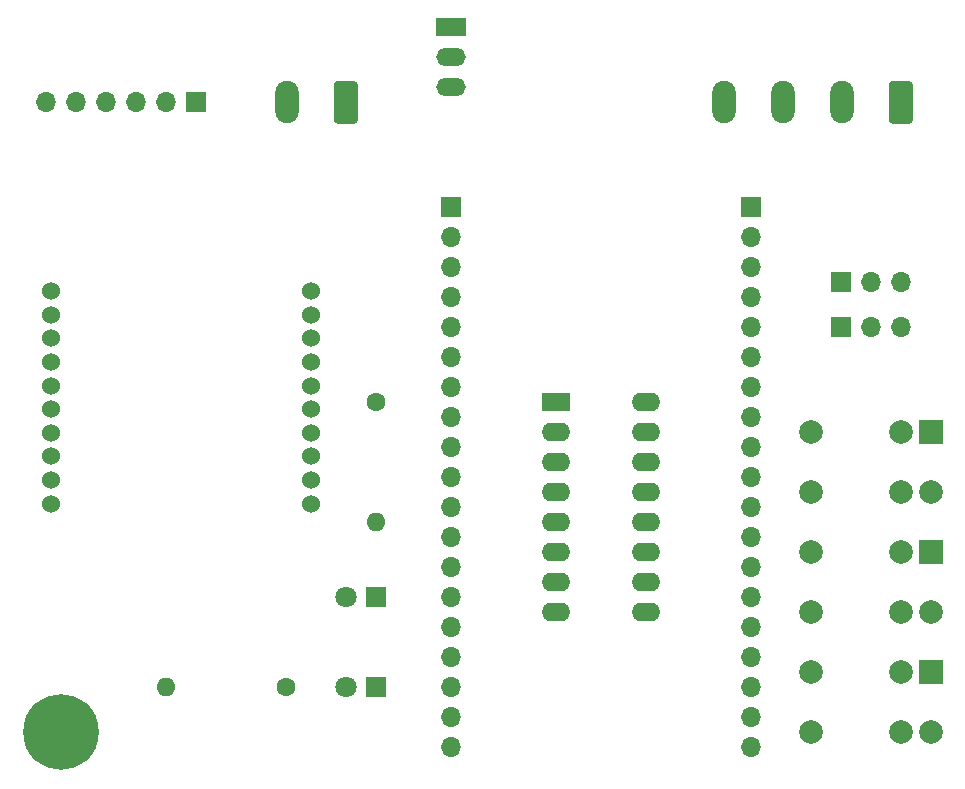
<source format=gbr>
G04 #@! TF.GenerationSoftware,KiCad,Pcbnew,(5.1.6)-1*
G04 #@! TF.CreationDate,2021-02-22T20:56:29+01:00*
G04 #@! TF.ProjectId,RiderDetection,52696465-7244-4657-9465-6374696f6e2e,rev?*
G04 #@! TF.SameCoordinates,Original*
G04 #@! TF.FileFunction,Copper,L1,Top*
G04 #@! TF.FilePolarity,Positive*
%FSLAX46Y46*%
G04 Gerber Fmt 4.6, Leading zero omitted, Abs format (unit mm)*
G04 Created by KiCad (PCBNEW (5.1.6)-1) date 2021-02-22 20:56:29*
%MOMM*%
%LPD*%
G01*
G04 APERTURE LIST*
G04 #@! TA.AperFunction,ComponentPad*
%ADD10C,1.524000*%
G04 #@! TD*
G04 #@! TA.AperFunction,ComponentPad*
%ADD11C,0.800000*%
G04 #@! TD*
G04 #@! TA.AperFunction,ComponentPad*
%ADD12C,6.400000*%
G04 #@! TD*
G04 #@! TA.AperFunction,ComponentPad*
%ADD13C,2.000000*%
G04 #@! TD*
G04 #@! TA.AperFunction,ComponentPad*
%ADD14R,2.000000X2.000000*%
G04 #@! TD*
G04 #@! TA.AperFunction,ComponentPad*
%ADD15O,2.500000X1.500000*%
G04 #@! TD*
G04 #@! TA.AperFunction,ComponentPad*
%ADD16R,2.500000X1.500000*%
G04 #@! TD*
G04 #@! TA.AperFunction,ComponentPad*
%ADD17O,2.400000X1.600000*%
G04 #@! TD*
G04 #@! TA.AperFunction,ComponentPad*
%ADD18R,2.400000X1.600000*%
G04 #@! TD*
G04 #@! TA.AperFunction,ComponentPad*
%ADD19O,2.000000X3.600000*%
G04 #@! TD*
G04 #@! TA.AperFunction,ComponentPad*
%ADD20O,1.600000X1.600000*%
G04 #@! TD*
G04 #@! TA.AperFunction,ComponentPad*
%ADD21C,1.600000*%
G04 #@! TD*
G04 #@! TA.AperFunction,ComponentPad*
%ADD22O,1.700000X1.700000*%
G04 #@! TD*
G04 #@! TA.AperFunction,ComponentPad*
%ADD23R,1.700000X1.700000*%
G04 #@! TD*
G04 #@! TA.AperFunction,ComponentPad*
%ADD24C,1.800000*%
G04 #@! TD*
G04 #@! TA.AperFunction,ComponentPad*
%ADD25R,1.800000X1.800000*%
G04 #@! TD*
G04 APERTURE END LIST*
D10*
X53771800Y-93659960D03*
X53771800Y-91658440D03*
X53771800Y-89659460D03*
X53771800Y-87657940D03*
X53771800Y-85658960D03*
X53771800Y-83659980D03*
X53771800Y-81658460D03*
X53771800Y-79659480D03*
X53771800Y-77657960D03*
X53771800Y-75658980D03*
X75768200Y-75658980D03*
X75768200Y-77657960D03*
X75768200Y-79659480D03*
X75768200Y-81658460D03*
X75768200Y-83659980D03*
X75768200Y-85658960D03*
X75768200Y-87657940D03*
X75768200Y-89659460D03*
X75768200Y-91658440D03*
X75768200Y-93659960D03*
D11*
X56307056Y-111332944D03*
X54610000Y-110630000D03*
X52912944Y-111332944D03*
X52210000Y-113030000D03*
X52912944Y-114727056D03*
X54610000Y-115430000D03*
X56307056Y-114727056D03*
X57010000Y-113030000D03*
D12*
X54610000Y-113030000D03*
D13*
X118110000Y-87630000D03*
X118110000Y-92710000D03*
X125730000Y-87630000D03*
D14*
X128270000Y-87630000D03*
D13*
X125730000Y-92710000D03*
X128270000Y-92710000D03*
X118110000Y-97790000D03*
X118110000Y-102870000D03*
X125730000Y-97790000D03*
D14*
X128270000Y-97790000D03*
D13*
X125730000Y-102870000D03*
X128270000Y-102870000D03*
X118110000Y-107950000D03*
X118110000Y-113030000D03*
X125730000Y-107950000D03*
D14*
X128270000Y-107950000D03*
D13*
X125730000Y-113030000D03*
X128270000Y-113030000D03*
D15*
X87630000Y-58420000D03*
X87630000Y-55880000D03*
D16*
X87630000Y-53340000D03*
D17*
X104140000Y-85090000D03*
X96520000Y-102870000D03*
X104140000Y-87630000D03*
X96520000Y-100330000D03*
X104140000Y-90170000D03*
X96520000Y-97790000D03*
X104140000Y-92710000D03*
X96520000Y-95250000D03*
X104140000Y-95250000D03*
X96520000Y-92710000D03*
X104140000Y-97790000D03*
X96520000Y-90170000D03*
X104140000Y-100330000D03*
X96520000Y-87630000D03*
X104140000Y-102870000D03*
D18*
X96520000Y-85090000D03*
D19*
X110730000Y-59690000D03*
X115730000Y-59690000D03*
X120730000Y-59690000D03*
G04 #@! TA.AperFunction,ComponentPad*
G36*
G01*
X126730000Y-58140000D02*
X126730000Y-61240000D01*
G75*
G02*
X126480000Y-61490000I-250000J0D01*
G01*
X124980000Y-61490000D01*
G75*
G02*
X124730000Y-61240000I0J250000D01*
G01*
X124730000Y-58140000D01*
G75*
G02*
X124980000Y-57890000I250000J0D01*
G01*
X126480000Y-57890000D01*
G75*
G02*
X126730000Y-58140000I0J-250000D01*
G01*
G37*
G04 #@! TD.AperFunction*
D20*
X63500000Y-109220000D03*
D21*
X73660000Y-109220000D03*
D20*
X81280000Y-95250000D03*
D21*
X81280000Y-85090000D03*
D19*
X73740000Y-59690000D03*
G04 #@! TA.AperFunction,ComponentPad*
G36*
G01*
X79740000Y-58140000D02*
X79740000Y-61240000D01*
G75*
G02*
X79490000Y-61490000I-250000J0D01*
G01*
X77990000Y-61490000D01*
G75*
G02*
X77740000Y-61240000I0J250000D01*
G01*
X77740000Y-58140000D01*
G75*
G02*
X77990000Y-57890000I250000J0D01*
G01*
X79490000Y-57890000D01*
G75*
G02*
X79740000Y-58140000I0J-250000D01*
G01*
G37*
G04 #@! TD.AperFunction*
D22*
X125730000Y-74930000D03*
X123190000Y-74930000D03*
D23*
X120650000Y-74930000D03*
D22*
X125730000Y-78740000D03*
X123190000Y-78740000D03*
D23*
X120650000Y-78740000D03*
D22*
X53340000Y-59690000D03*
X55880000Y-59690000D03*
X58420000Y-59690000D03*
X60960000Y-59690000D03*
X63500000Y-59690000D03*
D23*
X66040000Y-59690000D03*
D22*
X113030000Y-114300000D03*
X113030000Y-111760000D03*
X113030000Y-109220000D03*
X113030000Y-106680000D03*
X113030000Y-104140000D03*
X113030000Y-101600000D03*
X113030000Y-99060000D03*
X113030000Y-96520000D03*
X113030000Y-93980000D03*
X113030000Y-91440000D03*
X113030000Y-88900000D03*
X113030000Y-86360000D03*
X113030000Y-83820000D03*
X113030000Y-81280000D03*
X113030000Y-78740000D03*
X113030000Y-76200000D03*
X113030000Y-73660000D03*
X113030000Y-71120000D03*
D23*
X113030000Y-68580000D03*
D22*
X87630000Y-114300000D03*
X87630000Y-111760000D03*
X87630000Y-109220000D03*
X87630000Y-106680000D03*
X87630000Y-104140000D03*
X87630000Y-101600000D03*
X87630000Y-99060000D03*
X87630000Y-96520000D03*
X87630000Y-93980000D03*
X87630000Y-91440000D03*
X87630000Y-88900000D03*
X87630000Y-86360000D03*
X87630000Y-83820000D03*
X87630000Y-81280000D03*
X87630000Y-78740000D03*
X87630000Y-76200000D03*
X87630000Y-73660000D03*
X87630000Y-71120000D03*
D23*
X87630000Y-68580000D03*
D24*
X78740000Y-109220000D03*
D25*
X81280000Y-109220000D03*
D24*
X78740000Y-101600000D03*
D25*
X81280000Y-101600000D03*
M02*

</source>
